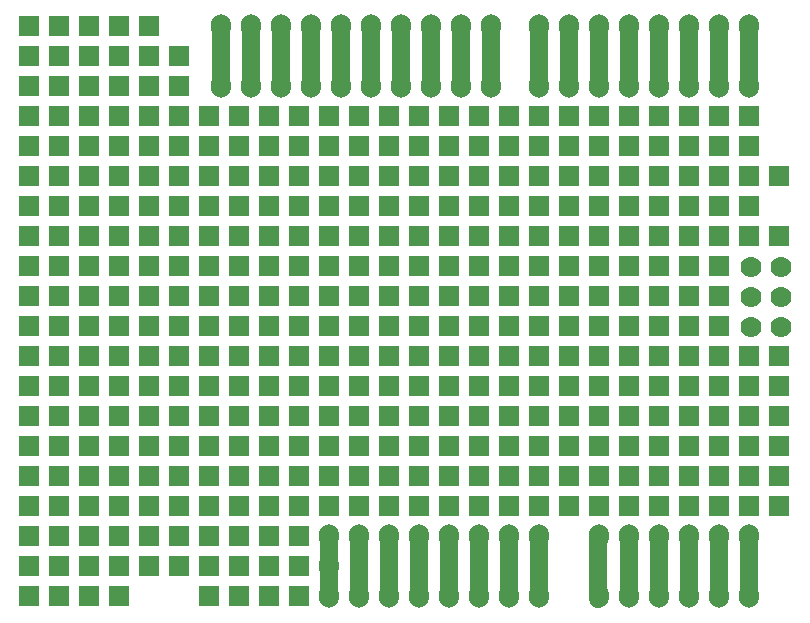
<source format=gbr>
%FSTAX23Y23*%
%MOIN*%
%SFA1B1*%

%IPPOS*%
%ADD10C,0.059060*%
%ADD11O,0.066930X0.078740*%
%ADD12O,0.066930X0.078740*%
%ADD13R,0.066930X0.066930*%
%ADD14C,0.070000*%
%LN451PCB-COM_Arduino_ProtoShield_Board_v1_copper_signal_bot*%
%LPD*%
G54D10*
X0074Y018D02*
Y02D01*
X0084Y018D02*
Y02D01*
X0094Y018D02*
Y02D01*
X0104Y018D02*
Y02D01*
X0114Y018D02*
Y02D01*
X0124Y018D02*
Y02D01*
X0134Y018D02*
Y02D01*
X0144Y018D02*
Y02D01*
X0154Y018D02*
Y02D01*
X0164Y018D02*
Y02D01*
X018Y018D02*
Y02D01*
X019Y018D02*
Y02D01*
X02Y018D02*
Y02D01*
X021Y018D02*
Y02D01*
X022Y018D02*
Y02D01*
X023Y018D02*
Y02D01*
X024Y018D02*
Y02D01*
X025Y018D02*
Y02D01*
X012Y001D02*
Y003D01*
X013Y001D02*
Y003D01*
X014Y001D02*
Y003D01*
X015Y001D02*
Y003D01*
X016Y001D02*
Y003D01*
X017Y001D02*
Y003D01*
X018Y001D02*
Y003D01*
X021Y001D02*
Y003D01*
X022Y001D02*
Y003D01*
X023Y001D02*
Y003D01*
X024Y001D02*
Y003D01*
X025Y001D02*
Y003D01*
X011Y001D02*
Y003D01*
G54D11*
X011Y002D03*
G54D12*
X0164Y018D03*
X0154D03*
X0144D03*
X0134D03*
X0124D03*
X0114D03*
X0104D03*
X0094D03*
X0084D03*
X0074D03*
X0164Y02D03*
X0154D03*
X0144D03*
X0134D03*
X0124D03*
X0114D03*
X0104D03*
X0094D03*
X0084D03*
X0074D03*
X023Y018D03*
X024D03*
X018D03*
X025D03*
X021D03*
X02D03*
X019D03*
X022D03*
X023Y02D03*
X024D03*
X018D03*
X025D03*
X021D03*
X02D03*
X019D03*
X022D03*
X015Y003D03*
X012D03*
X013D03*
X014D03*
X018D03*
X011D03*
X017D03*
X016D03*
X015Y001D03*
X012D03*
X013D03*
X014D03*
X018D03*
X011D03*
X017D03*
X016D03*
X025Y003D03*
X024D03*
X023D03*
X022D03*
X021D03*
X02D03*
X025Y001D03*
X024D03*
X023D03*
X022D03*
X021D03*
X02D03*
G54D13*
X001Y001D03*
X002D03*
X003D03*
X004D03*
X007D03*
X008D03*
X009D03*
X01D03*
X001Y02D03*
X002D03*
X003D03*
X004D03*
X005D03*
X001Y019D03*
X002D03*
X003D03*
X004D03*
X005D03*
X006D03*
X001Y018D03*
X002D03*
X003D03*
X004D03*
X005D03*
X006D03*
X001Y002D03*
X002D03*
X003D03*
X004D03*
X005D03*
X006D03*
X007D03*
X008D03*
X009D03*
X01D03*
X001Y003D03*
X002D03*
X003D03*
X004D03*
X005D03*
X006D03*
X007D03*
X008D03*
X009D03*
X01D03*
X006Y017D03*
X007D03*
X008D03*
X009D03*
X01D03*
X011D03*
X012D03*
X013D03*
X014D03*
X015D03*
X016D03*
X017D03*
X018D03*
X019D03*
X02D03*
X021D03*
X022D03*
X023D03*
X024D03*
X025D03*
X001D03*
X002D03*
X003D03*
X004D03*
X005D03*
X001Y016D03*
X002D03*
X003D03*
X004D03*
X005D03*
X016D03*
X017D03*
X018D03*
X019D03*
X02D03*
X021D03*
X022D03*
X023D03*
X024D03*
X025D03*
X006D03*
X007D03*
X008D03*
X009D03*
X01D03*
X011D03*
X012D03*
X013D03*
X014D03*
X015D03*
X001Y015D03*
X002D03*
X003D03*
X004D03*
X005D03*
X006D03*
X017D03*
X018D03*
X019D03*
X02D03*
X021D03*
X022D03*
X023D03*
X024D03*
X025D03*
X026D03*
X007D03*
X008D03*
X009D03*
X01D03*
X011D03*
X012D03*
X013D03*
X014D03*
X015D03*
X016D03*
X001Y014D03*
X002D03*
X003D03*
X004D03*
X005D03*
X016D03*
X017D03*
X018D03*
X019D03*
X02D03*
X021D03*
X022D03*
X023D03*
X024D03*
X025D03*
X006D03*
X007D03*
X008D03*
X009D03*
X01D03*
X011D03*
X012D03*
X013D03*
X014D03*
X015D03*
X001Y013D03*
X002D03*
X003D03*
X004D03*
X005D03*
X006D03*
X017D03*
X018D03*
X019D03*
X02D03*
X021D03*
X022D03*
X023D03*
X024D03*
X025D03*
X026D03*
X007D03*
X008D03*
X009D03*
X01D03*
X011D03*
X012D03*
X013D03*
X014D03*
X015D03*
X016D03*
X001Y012D03*
X002D03*
X003D03*
X004D03*
X015D03*
X016D03*
X017D03*
X018D03*
X019D03*
X02D03*
X021D03*
X022D03*
X023D03*
X024D03*
X005D03*
X006D03*
X007D03*
X008D03*
X009D03*
X01D03*
X011D03*
X012D03*
X013D03*
X014D03*
X001Y011D03*
X002D03*
X003D03*
X004D03*
X015D03*
X016D03*
X017D03*
X018D03*
X019D03*
X02D03*
X021D03*
X022D03*
X023D03*
X024D03*
X005D03*
X006D03*
X007D03*
X008D03*
X009D03*
X01D03*
X011D03*
X012D03*
X013D03*
X014D03*
X001Y01D03*
X002D03*
X003D03*
X004D03*
X015D03*
X016D03*
X017D03*
X018D03*
X019D03*
X02D03*
X021D03*
X022D03*
X023D03*
X024D03*
X005D03*
X006D03*
X007D03*
X008D03*
X009D03*
X01D03*
X011D03*
X012D03*
X013D03*
X014D03*
X001Y009D03*
X002D03*
X003D03*
X004D03*
X005D03*
X006D03*
X017D03*
X018D03*
X019D03*
X02D03*
X021D03*
X022D03*
X023D03*
X024D03*
X025D03*
X026D03*
X007D03*
X008D03*
X009D03*
X01D03*
X011D03*
X012D03*
X013D03*
X014D03*
X015D03*
X016D03*
X001Y008D03*
X002D03*
X003D03*
X004D03*
X005D03*
X006D03*
X017D03*
X018D03*
X019D03*
X02D03*
X021D03*
X022D03*
X023D03*
X024D03*
X025D03*
X026D03*
X007D03*
X008D03*
X009D03*
X01D03*
X011D03*
X012D03*
X013D03*
X014D03*
X015D03*
X016D03*
X001Y007D03*
X002D03*
X003D03*
X004D03*
X005D03*
X006D03*
X017D03*
X018D03*
X019D03*
X02D03*
X021D03*
X022D03*
X023D03*
X024D03*
X025D03*
X026D03*
X007D03*
X008D03*
X009D03*
X01D03*
X011D03*
X012D03*
X013D03*
X014D03*
X015D03*
X016D03*
X001Y006D03*
X002D03*
X003D03*
X004D03*
X005D03*
X006D03*
X017D03*
X018D03*
X019D03*
X02D03*
X021D03*
X022D03*
X023D03*
X024D03*
X025D03*
X026D03*
X007D03*
X008D03*
X009D03*
X01D03*
X011D03*
X012D03*
X013D03*
X014D03*
X015D03*
X016D03*
X001Y005D03*
X002D03*
X003D03*
X004D03*
X005D03*
X006D03*
X017D03*
X018D03*
X019D03*
X02D03*
X021D03*
X022D03*
X023D03*
X024D03*
X025D03*
X026D03*
X007D03*
X008D03*
X009D03*
X01D03*
X011D03*
X012D03*
X013D03*
X014D03*
X015D03*
X016D03*
X007Y004D03*
X008D03*
X009D03*
X01D03*
X011D03*
X012D03*
X013D03*
X014D03*
X015D03*
X016D03*
X017D03*
X018D03*
X019D03*
X02D03*
X021D03*
X022D03*
X023D03*
X024D03*
X025D03*
X026D03*
X001D03*
X002D03*
X003D03*
X004D03*
X005D03*
X006D03*
G54D14*
X02605Y00998D03*
X02505D03*
X02605Y01098D03*
X02505D03*
X02605Y01198D03*
X02505D03*
G54D10*
X01997Y00092D02*
Y00292D01*
M02*
</source>
